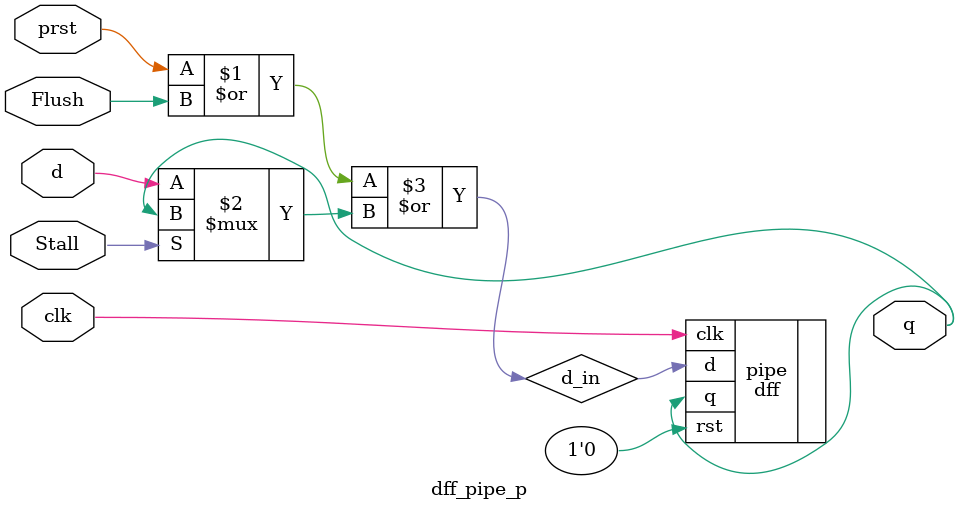
<source format=v>
/********************************************************************************************************
/		MODULE: dff_pipe_p
/		PURPOSE: dff for pipeline stages with prst
/
/		INPUTS: 
/				clk - Clock
/				prst - Preset
/				Flush - Clear the register ??Asynchrnous??
/				Stall - Keep values
/				d - Value to store
/
/		OUTPUTS:
/				q - Value stored
/
/		INTERNAL:
/				d_in - Input to d with all stall/flush/rst logic in place
********************************************************************************************************/
module dff_pipe_p(clk, prst, Flush, Stall, d, q);

input clk;
input prst;
input Flush;
input Stall;
input d;

output q;

wire d_in;

assign d_in = (prst | Flush) | (Stall ? q : d);

dff pipe(.q(q), .d(d_in), .clk(clk), .rst(1'b0));   //TODO: Check this logic out, d

endmodule
</source>
